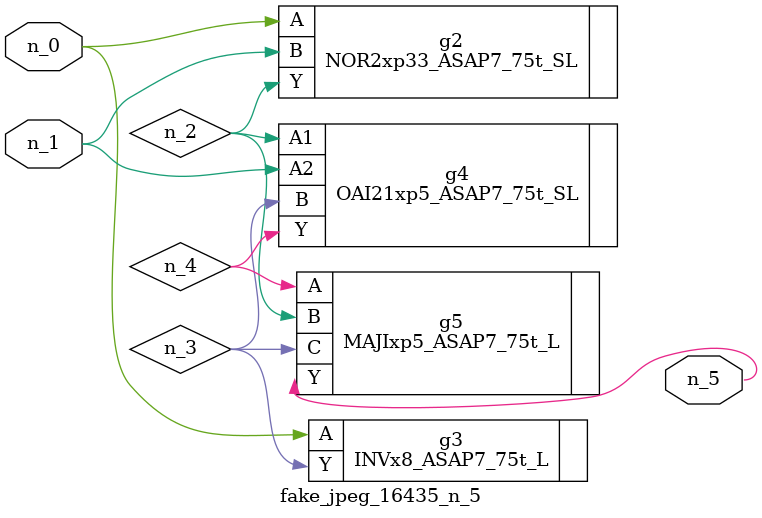
<source format=v>
module fake_jpeg_16435_n_5 (n_0, n_1, n_5);

input n_0;
input n_1;

output n_5;

wire n_3;
wire n_2;
wire n_4;

NOR2xp33_ASAP7_75t_SL g2 ( 
.A(n_0),
.B(n_1),
.Y(n_2)
);

INVx8_ASAP7_75t_L g3 ( 
.A(n_0),
.Y(n_3)
);

OAI21xp5_ASAP7_75t_SL g4 ( 
.A1(n_2),
.A2(n_1),
.B(n_3),
.Y(n_4)
);

MAJIxp5_ASAP7_75t_L g5 ( 
.A(n_4),
.B(n_2),
.C(n_3),
.Y(n_5)
);


endmodule
</source>
